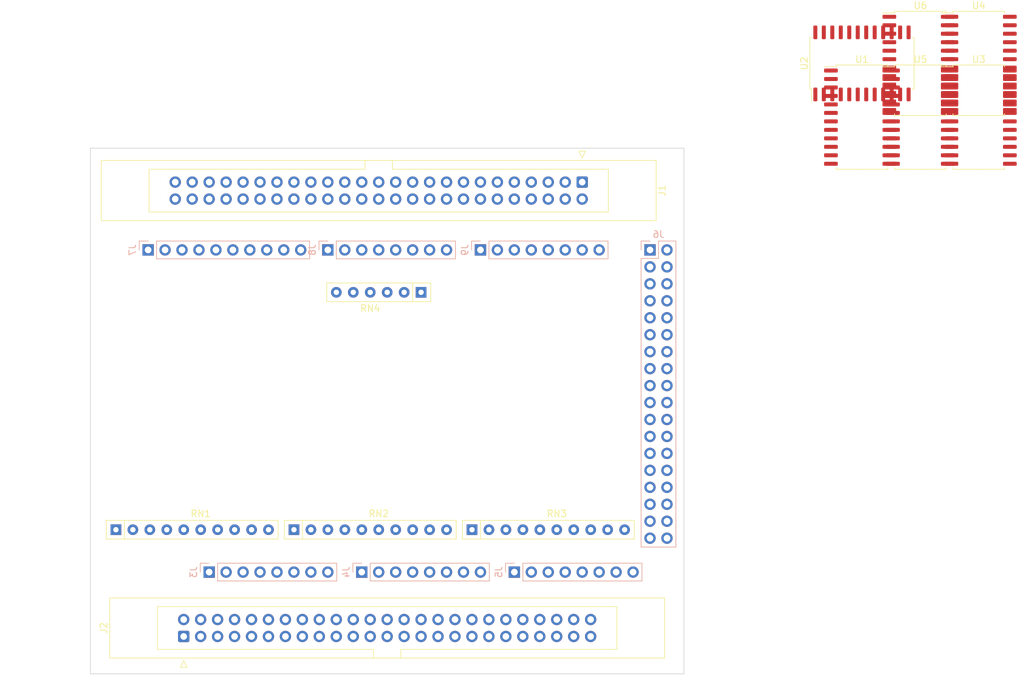
<source format=kicad_pcb>
(kicad_pcb (version 20211014) (generator pcbnew)
  (layers (0 "F.Cu" signal) (31 "B.Cu" signal) (34 "B.Paste" user) (35 "F.Paste" user) (36 "B.SilkS" user "B.Silkscreen") (37 "F.SilkS" user "F.Silkscreen") (38 "B.Mask" user) (39 "F.Mask" user) (44 "Edge.Cuts" user))
  (net 0 "")
  (net 1 "GNDREF")
  (net 2 "IFBY")
  (net 3 "ILWD")
  (net 4 "IW4")
  (net 5 "IGO")
  (net 6 "IW0")
  (net 7 "IW1")
  (net 8 "ISGL")
  (net 9 "ILOL")
  (net 10 "IREV")
  (net 11 "IREW")
  (net 12 "IWP")
  (net 13 "IW7")
  (net 14 "IW3")
  (net 15 "IW6")
  (net 16 "IW2")
  (net 17 "IW5")
  (net 18 "IWRT")
  (net 19 "IRTH2")
  (net 20 "IEDIT")
  (net 21 "IERASE")
  (net 22 "IWFM")
  (net 23 "IRTH1")
  (net 24 "ITAD0")
  (net 25 "IR2")
  (net 26 "IR3")
  (net 27 "IRP")
  (net 28 "IR0")
  (net 29 "IR1")
  (net 30 "ILDP")
  (net 31 "IR4")
  (net 32 "IR7")
  (net 33 "IR6")
  (net 34 "IHER")
  (net 35 "IFMK")
  (net 36 "IDENT")
  (net 37 "IFEN")
  (net 38 "IR5")
  (net 39 "IEOT")
  (net 40 "IOFL")
  (net 41 "INRZ")
  (net 42 "IRDY")
  (net 43 "IRWD")
  (net 44 "IFPT")
  (net 45 "IRSTR")
  (net 46 "IWSTR")
  (net 47 "IDBY")
  (net 48 "ISPEED")
  (net 49 "ICER")
  (net 50 "IONL")
  (net 51 "ITAD1")
  (net 52 "IFAD")
  (net 53 "IHISP")
  (net 55 "+3V3")
  (net 56 "~{RESET}")
  (net 57 "+5V")
  (net 58 "/VIN")
  (net 59 "A0")
  (net 60 "A1")
  (net 61 "A2")
  (net 62 "A3")
  (net 63 "A4")
  (net 64 "A5")
  (net 65 "A6")
  (net 66 "A7")
  (net 67 "A8")
  (net 68 "A9")
  (net 69 "A10")
  (net 70 "A11")
  (net 71 "A12")
  (net 72 "A13")
  (net 73 "A14")
  (net 74 "A15")
  (net 75 "D22")
  (net 76 "SCL_1")
  (net 77 "SDA_1")
  (net 78 "PCC_DEN1")
  (net 79 "PCC_DEN2")
  (net 80 "PCC_CLK")
  (net 81 "PCC_XCLK")
  (net 82 "PCC_D7")
  (net 83 "PCC_D6")
  (net 84 "PCC_D5")
  (net 85 "PCC_D4")
  (net 86 "PCC_D3")
  (net 87 "PCC_D2")
  (net 88 "PCC_D1")
  (net 89 "PCC_D0")
  (net 90 "PCC_D9")
  (net 91 "PCC_D8")
  (net 92 "PCC_D11")
  (net 93 "PCC_D10")
  (net 94 "PCC_D13")
  (net 95 "PCC_D12")
  (net 96 "D44")
  (net 97 "D45")
  (net 98 "D46")
  (net 99 "D47")
  (net 100 "D48")
  (net 101 "D49")
  (net 102 "MISO")
  (net 103 "MOSI")
  (net 104 "SCK")
  (net 105 "SS")
  (net 106 "SCL")
  (net 107 "SDA")
  (net 108 "AREF")
  (net 109 "GND")
  (net 110 "D13")
  (net 111 "D12")
  (net 112 "D11")
  (net 113 "D10")
  (net 114 "D9")
  (net 115 "D8")
  (net 116 "D7")
  (net 117 "D6")
  (net 118 "D5")
  (net 119 "D4")
  (net 120 "D3")
  (net 121 "D2")
  (net 122 "D1")
  (net 123 "D0")
  (net 124 "UART3_TX")
  (net 125 "UART3_RX")
  (net 126 "UART2_TX")
  (net 127 "UART2_RX")
  (net 128 "UART1_TX")
  (net 129 "UART1_RX")
  (net 140 "Net-(U1-Pad11)")
  (net 162 "Net-(U2-Pad11)")
  (net 184 "Net-(U3-Pad11)")
  (net 206 "Net-(U4-Pad11)")
  (net 228 "Net-(U5-Pad11)")
  (net 250 "Net-(U6-Pad11)")
  (footprint "pertec_arduino_adapter:SOIC-24W_7.5x15.4mm_P1.27mm" (layer "F.Cu") (at 200.52 22.86)
    (fp_text reference "U6" (at 0 -8.65) (layer "F.SilkS"))
    (fp_text value "SN74AVC8T245PW")
    (pad "1" smd roundrect (at -4.65 -6.985) (size 2.05 0.6) (layers "F.Cu" "F.Paste" "F.Mask"))
    (pad "2" smd roundrect (at -4.65 -5.715) (size 2.05 0.6) (layers "F.Cu" "F.Paste" "F.Mask"))
    (pad "3" smd roundrect (at -4.65 -4.445) (size 2.05 0.6) (layers "F.Cu" "F.Paste" "F.Mask"))
    (pad "4" smd roundrect (at -4.65 -3.175) (size 2.05 0.6) (layers "F.Cu" "F.Paste" "F.Mask"))
    (pad "5" smd roundrect (at -4.65 -1.905) (size 2.05 0.6) (layers "F.Cu" "F.Paste" "F.Mask"))
    (pad "6" smd roundrect (at -4.65 -0.635) (size 2.05 0.6) (layers "F.Cu" "F.Paste" "F.Mask"))
    (pad "7" smd roundrect (at -4.65 0.635) (size 2.05 0.6) (layers "F.Cu" "F.Paste" "F.Mask"))
    (pad "8" smd roundrect (at -4.65 1.905) (size 2.05 0.6) (layers "F.Cu" "F.Paste" "F.Mask"))
    (pad "9" smd roundrect (at -4.65 3.175) (size 2.05 0.6) (layers "F.Cu" "F.Paste" "F.Mask"))
    (pad "10" smd roundrect (at -4.65 4.445) (size 2.05 0.6) (layers "F.Cu" "F.Paste" "F.Mask"))
    (pad "11" smd roundrect (at -4.65 5.715) (size 2.05 0.6) (layers "F.Cu" "F.Paste" "F.Mask") (net 250 "Net-(U6-Pad11)"))
    (pad "12" smd roundrect (at -4.65 6.985) (size 2.05 0.6) (layers "F.Cu" "F.Paste" "F.Mask") (net 250 "Net-(U6-Pad11)"))
    (pad "13" smd roundrect (at 4.65 6.985) (size 2.05 0.6) (layers "F.Cu" "F.Paste" "F.Mask") (net 250 "Net-(U6-Pad11)"))
    (pad "14" smd roundrect (at 4.65 5.715) (size 2.05 0.6) (layers "F.Cu" "F.Paste" "F.Mask"))
    (pad "15" smd roundrect (at 4.65 4.445) (size 2.05 0.6) (layers "F.Cu" "F.Paste" "F.Mask"))
    (pad "16" smd roundrect (at 4.65 3.175) (size 2.05 0.6) (layers "F.Cu" "F.Paste" "F.Mask"))
    (pad "17" smd roundrect (at 4.65 1.905) (size 2.05 0.6) (layers "F.Cu" "F.Paste" "F.Mask"))
    (pad "18" smd roundrect (at 4.65 0.635) (size 2.05 0.6) (layers "F.Cu" "F.Paste" "F.Mask"))
    (pad "19" smd roundrect (at 4.65 -0.635) (size 2.05 0.6) (layers "F.Cu" "F.Paste" "F.Mask"))
    (pad "20" smd roundrect (at 4.65 -1.905) (size 2.05 0.6) (layers "F.Cu" "F.Paste" "F.Mask"))
    (pad "21" smd roundrect (at 4.65 -3.175) (size 2.05 0.6) (layers "F.Cu" "F.Paste" "F.Mask"))
    (pad "22" smd roundrect (at 4.65 -4.445) (size 2.05 0.6) (layers "F.Cu" "F.Paste" "F.Mask"))
    (pad "23" smd roundrect (at 4.65 -5.715) (size 2.05 0.6) (layers "F.Cu" "F.Paste" "F.Mask"))
    (pad "24" smd roundrect (at 4.65 -6.985) (size 2.05 0.6) (layers "F.Cu" "F.Paste" "F.Mask"))
  )
  (footprint "pertec_arduino_adapter:IDC-Header_2x25_P2.54mm_Latch_Vertical" (layer "F.Cu") (at 149.86 40.64 -90)
    (fp_text reference "J1" (at 1.27 -11.97 90) (layer "F.SilkS"))
    (fp_text value "Conn_02x25_Odd_Even")
    (pad "1" thru_hole roundrect (at 0 0 270) (size 1.7 1.7) (drill 1) (layers *.Cu *.Mask) (roundrect_rratio 0.147059) (net 1 "GNDREF"))
    (pad "2" thru_hole circle (at 2.54 0 270) (size 1.7 1.7) (drill 1) (layers *.Cu *.Mask) (net 2 "IFBY"))
    (pad "3" thru_hole circle (at 0 2.54 270) (size 1.7 1.7) (drill 1) (layers *.Cu *.Mask) (net 1 "GNDREF"))
    (pad "4" thru_hole circle (at 2.54 2.54 270) (size 1.7 1.7) (drill 1) (layers *.Cu *.Mask) (net 3 "ILWD"))
    (pad "5" thru_hole circle (at 0 5.08 270) (size 1.7 1.7) (drill 1) (layers *.Cu *.Mask) (net 1 "GNDREF"))
    (pad "6" thru_hole circle (at 2.54 5.08 270) (size 1.7 1.7) (drill 1) (layers *.Cu *.Mask) (net 4 "IW4"))
    (pad "7" thru_hole circle (at 0 7.62 270) (size 1.7 1.7) (drill 1) (layers *.Cu *.Mask) (net 1 "GNDREF"))
    (pad "8" thru_hole circle (at 2.54 7.62 270) (size 1.7 1.7) (drill 1) (layers *.Cu *.Mask) (net 5 "IGO"))
    (pad "9" thru_hole circle (at 0 10.16 270) (size 1.7 1.7) (drill 1) (layers *.Cu *.Mask) (net 1 "GNDREF"))
    (pad "10" thru_hole circle (at 2.54 10.16 270) (size 1.7 1.7) (drill 1) (layers *.Cu *.Mask) (net 6 "IW0"))
    (pad "11" thru_hole circle (at 0 12.7 270) (size 1.7 1.7) (drill 1) (layers *.Cu *.Mask) (net 1 "GNDREF"))
    (pad "12" thru_hole circle (at 2.54 12.7 270) (size 1.7 1.7) (drill 1) (layers *.Cu *.Mask) (net 7 "IW1"))
    (pad "13" thru_hole circle (at 0 15.24 270) (size 1.7 1.7) (drill 1) (layers *.Cu *.Mask) (net 1 "GNDREF"))
    (pad "14" thru_hole circle (at 2.54 15.24 270) (size 1.7 1.7) (drill 1) (layers *.Cu *.Mask) (net 8 "ISGL"))
    (pad "15" thru_hole circle (at 0 17.78 270) (size 1.7 1.7) (drill 1) (layers *.Cu *.Mask) (net 1 "GNDREF"))
    (pad "16" thru_hole circle (at 2.54 17.78 270) (size 1.7 1.7) (drill 1) (layers *.Cu *.Mask) (net 9 "ILOL"))
    (pad "17" thru_hole circle (at 0 20.32 270) (size 1.7 1.7) (drill 1) (layers *.Cu *.Mask) (net 1 "GNDREF"))
    (pad "18" thru_hole circle (at 2.54 20.32 270) (size 1.7 1.7) (drill 1) (layers *.Cu *.Mask) (net 10 "IREV"))
    (pad "19" thru_hole circle (at 0 22.86 270) (size 1.7 1.7) (drill 1) (layers *.Cu *.Mask) (net 1 "GNDREF"))
    (pad "20" thru_hole circle (at 2.54 22.86 270) (size 1.7 1.7) (drill 1) (layers *.Cu *.Mask) (net 11 "IREW"))
    (pad "21" thru_hole circle (at 0 25.4 270) (size 1.7 1.7) (drill 1) (layers *.Cu *.Mask) (net 1 "GNDREF"))
    (pad "22" thru_hole circle (at 2.54 25.4 270) (size 1.7 1.7) (drill 1) (layers *.Cu *.Mask) (net 12 "IWP"))
    (pad "23" thru_hole circle (at 0 27.94 270) (size 1.7 1.7) (drill 1) (layers *.Cu *.Mask) (net 1 "GNDREF"))
    (pad "24" thru_hole circle (at 2.54 27.94 270) (size 1.7 1.7) (drill 1) (layers *.Cu *.Mask) (net 13 "IW7"))
    (pad "25" thru_hole circle (at 0 30.48 270) (size 1.7 1.7) (drill 1) (layers *.Cu *.Mask) (net 1 "GNDREF"))
    (pad "26" thru_hole circle (at 2.54 30.48 270) (size 1.7 1.7) (drill 1) (layers *.Cu *.Mask) (net 14 "IW3"))
    (pad "27" thru_hole circle (at 0 33.02 270) (size 1.7 1.7) (drill 1) (layers *.Cu *.Mask) (net 1 "GNDREF"))
    (pad "28" thru_hole circle (at 2.54 33.02 270) (size 1.7 1.7) (drill 1) (layers *.Cu *.Mask) (net 15 "IW6"))
    (pad "29" thru_hole circle (at 0 35.56 270) (size 1.7 1.7) (drill 1) (layers *.Cu *.Mask) (net 1 "GNDREF"))
    (pad "30" thru_hole circle (at 2.54 35.56 270) (size 1.7 1.7) (drill 1) (layers *.Cu *.Mask) (net 16 "IW2"))
    (pad "31" thru_hole circle (at 0 38.1 270) (size 1.7 1.7) (drill 1) (layers *.Cu *.Mask) (net 1 "GNDREF"))
    (pad "32" thru_hole circle (at 2.54 38.1 270) (size 1.7 1.7) (drill 1) (layers *.Cu *.Mask) (net 17 "IW5"))
    (pad "33" thru_hole circle (at 0 40.64 270) (size 1.7 1.7) (drill 1) (layers *.Cu *.Mask) (net 1 "GNDREF"))
    (pad "34" thru_hole circle (at 2.54 40.64 270) (size 1.7 1.7) (drill 1) (layers *.Cu *.Mask) (net 18 "IWRT"))
    (pad "35" thru_hole circle (at 0 43.18 270) (size 1.7 1.7) (drill 1) (layers *.Cu *.Mask) (net 1 "GNDREF"))
    (pad "36" thru_hole circle (at 2.54 43.18 270) (size 1.7 1.7) (drill 1) (layers *.Cu *.Mask) (net 19 "IRTH2"))
    (pad "37" thru_hole circle (at 0 45.72 270) (size 1.7 1.7) (drill 1) (layers *.Cu *.Mask) (net 1 "GNDREF"))
    (pad "38" thru_hole circle (at 2.54 45.72 270) (size 1.7 1.7) (drill 1) (layers *.Cu *.Mask) (net 20 "IEDIT"))
    (pad "39" thru_hole circle (at 0 48.26 270) (size 1.7 1.7) (drill 1) (layers *.Cu *.Mask) (net 1 "GNDREF"))
    (pad "40" thru_hole circle (at 2.54 48.26 270) (size 1.7 1.7) (drill 1) (layers *.Cu *.Mask) (net 21 "IERASE"))
    (pad "41" thru_hole circle (at 0 50.8 270) (size 1.7 1.7) (drill 1) (layers *.Cu *.Mask) (net 1 "GNDREF"))
    (pad "42" thru_hole circle (at 2.54 50.8 270) (size 1.7 1.7) (drill 1) (layers *.Cu *.Mask) (net 22 "IWFM"))
    (pad "43" thru_hole circle (at 0 53.34 270) (size 1.7 1.7) (drill 1) (layers *.Cu *.Mask) (net 1 "GNDREF"))
    (pad "44" thru_hole circle (at 2.54 53.34 270) (size 1.7 1.7) (drill 1) (layers *.Cu *.Mask) (net 23 "IRTH1"))
    (pad "45" thru_hole circle (at 0 55.88 270) (size 1.7 1.7) (drill 1) (layers *.Cu *.Mask) (net 1 "GNDREF"))
    (pad "46" thru_hole circle (at 2.54 55.88 270) (size 1.7 1.7) (drill 1) (layers *.Cu *.Mask) (net 24 "ITAD0"))
    (pad "47" thru_hole circle (at 0 58.42 270) (size 1.7 1.7) (drill 1) (layers *.Cu *.Mask) (net 1 "GNDREF"))
    (pad "48" thru_hole circle (at 2.54 58.42 270) (size 1.7 1.7) (drill 1) (layers *.Cu *.Mask) (net 25 "IR2"))
    (pad "49" thru_hole circle (at 0 60.96 270) (size 1.7 1.7) (drill 1) (layers *.Cu *.Mask) (net 1 "GNDREF"))
    (pad "50" thru_hole circle (at 2.54 60.96 270) (size 1.7 1.7) (drill 1) (layers *.Cu *.Mask) (net 26 "IR3"))
  )
  (footprint "pertec_arduino_adapter:R_Array_SIP10" (layer "F.Cu") (at 80.015 92.71)
    (fp_text reference "RN1" (at 12.7 -2.4) (layer "F.SilkS"))
    (fp_text value "R1=220Ω, R2=330Ω")
    (pad "1" thru_hole rect (at 0 0) (size 1.6 1.6) (drill 0.8) (layers *.Cu *.Mask) (net 1 "GNDREF"))
    (pad "2" thru_hole oval (at 2.54 0) (size 1.6 1.6) (drill 0.8) (layers *.Cu *.Mask) (net 27 "IRP"))
    (pad "3" thru_hole oval (at 5.08 0) (size 1.6 1.6) (drill 0.8) (layers *.Cu *.Mask) (net 28 "IR0"))
    (pad "4" thru_hole oval (at 7.62 0) (size 1.6 1.6) (drill 0.8) (layers *.Cu *.Mask) (net 29 "IR1"))
    (pad "5" thru_hole oval (at 10.16 0) (size 1.6 1.6) (drill 0.8) (layers *.Cu *.Mask) (net 30 "ILDP"))
    (pad "6" thru_hole oval (at 12.7 0) (size 1.6 1.6) (drill 0.8) (layers *.Cu *.Mask) (net 31 "IR4"))
    (pad "7" thru_hole oval (at 15.24 0) (size 1.6 1.6) (drill 0.8) (layers *.Cu *.Mask) (net 32 "IR7"))
    (pad "8" thru_hole oval (at 17.78 0) (size 1.6 1.6) (drill 0.8) (layers *.Cu *.Mask) (net 33 "IR6"))
    (pad "9" thru_hole oval (at 20.32 0) (size 1.6 1.6) (drill 0.8) (layers *.Cu *.Mask) (net 34 "IHER"))
    (pad "10" thru_hole oval (at 22.86 0) (size 1.6 1.6) (drill 0.8) (layers *.Cu *.Mask) (net 57 "+5V"))
  )
  (footprint "pertec_arduino_adapter:SOIC-24W_7.5x15.4mm_P1.27mm" (layer "F.Cu") (at 191.77 22.86 90)
    (fp_text reference "U2" (at 0 -8.65 90) (layer "F.SilkS"))
    (fp_text value "SN74AVC8T245PW")
    (pad "1" smd roundrect (at -4.65 -6.985 90) (size 2.05 0.6) (layers "F.Cu" "F.Paste" "F.Mask"))
    (pad "2" smd roundrect (at -4.65 -5.715 90) (size 2.05 0.6) (layers "F.Cu" "F.Paste" "F.Mask"))
    (pad "3" smd roundrect (at -4.65 -4.445 90) (size 2.05 0.6) (layers "F.Cu" "F.Paste" "F.Mask"))
    (pad "4" smd roundrect (at -4.65 -3.175 90) (size 2.05 0.6) (layers "F.Cu" "F.Paste" "F.Mask"))
    (pad "5" smd roundrect (at -4.65 -1.905 90) (size 2.05 0.6) (layers "F.Cu" "F.Paste" "F.Mask"))
    (pad "6" smd roundrect (at -4.65 -0.635 90) (size 2.05 0.6) (layers "F.Cu" "F.Paste" "F.Mask"))
    (pad "7" smd roundrect (at -4.65 0.635 90) (size 2.05 0.6) (layers "F.Cu" "F.Paste" "F.Mask"))
    (pad "8" smd roundrect (at -4.65 1.905 90) (size 2.05 0.6) (layers "F.Cu" "F.Paste" "F.Mask"))
    (pad "9" smd roundrect (at -4.65 3.175 90) (size 2.05 0.6) (layers "F.Cu" "F.Paste" "F.Mask"))
    (pad "10" smd roundrect (at -4.65 4.445 90) (size 2.05 0.6) (layers "F.Cu" "F.Paste" "F.Mask"))
    (pad "11" smd roundrect (at -4.65 5.715 90) (size 2.05 0.6) (layers "F.Cu" "F.Paste" "F.Mask") (net 162 "Net-(U2-Pad11)"))
    (pad "12" smd roundrect (at -4.65 6.985 90) (size 2.05 0.6) (layers "F.Cu" "F.Paste" "F.Mask") (net 162 "Net-(U2-Pad11)"))
    (pad "13" smd roundrect (at 4.65 6.985 90) (size 2.05 0.6) (layers "F.Cu" "F.Paste" "F.Mask") (net 162 "Net-(U2-Pad11)"))
    (pad "14" smd roundrect (at 4.65 5.715 90) (size 2.05 0.6) (layers "F.Cu" "F.Paste" "F.Mask"))
    (pad "15" smd roundrect (at 4.65 4.445 90) (size 2.05 0.6) (layers "F.Cu" "F.Paste" "F.Mask"))
    (pad "16" smd roundrect (at 4.65 3.175 90) (size 2.05 0.6) (layers "F.Cu" "F.Paste" "F.Mask"))
    (pad "17" smd roundrect (at 4.65 1.905 90) (size 2.05 0.6) (layers "F.Cu" "F.Paste" "F.Mask"))
    (pad "18" smd roundrect (at 4.65 0.635 90) (size 2.05 0.6) (layers "F.Cu" "F.Paste" "F.Mask"))
    (pad "19" smd roundrect (at 4.65 -0.635 90) (size 2.05 0.6) (layers "F.Cu" "F.Paste" "F.Mask"))
    (pad "20" smd roundrect (at 4.65 -1.905 90) (size 2.05 0.6) (layers "F.Cu" "F.Paste" "F.Mask"))
    (pad "21" smd roundrect (at 4.65 -3.175 90) (size 2.05 0.6) (layers "F.Cu" "F.Paste" "F.Mask"))
    (pad "22" smd roundrect (at 4.65 -4.445 90) (size 2.05 0.6) (layers "F.Cu" "F.Paste" "F.Mask"))
    (pad "23" smd roundrect (at 4.65 -5.715 90) (size 2.05 0.6) (layers "F.Cu" "F.Paste" "F.Mask"))
    (pad "24" smd roundrect (at 4.65 -6.985 90) (size 2.05 0.6) (layers "F.Cu" "F.Paste" "F.Mask"))
  )
  (footprint "pertec_arduino_adapter:R_Array_SIP6" (layer "F.Cu") (at 125.73 57.15 180)
    (fp_text reference "RN4" (at 7.62 -2.4) (layer "F.SilkS"))
    (fp_text value "R1=220Ω, R2=330Ω")
    (pad "1" thru_hole rect (at 0 0 180) (size 1.6 1.6) (drill 0.8) (layers *.Cu *.Mask) (net 1 "GNDREF"))
    (pad "2" thru_hole oval (at 2.54 0 180) (size 1.6 1.6) (drill 0.8) (layers *.Cu *.Mask) (net 2 "IFBY"))
    (pad "3" thru_hole oval (at 5.08 0 180) (size 1.6 1.6) (drill 0.8) (layers *.Cu *.Mask) (net 25 "IR2"))
    (pad "4" thru_hole oval (at 7.62 0 180) (size 1.6 1.6) (drill 0.8) (layers *.Cu *.Mask) (net 26 "IR3"))
    (pad "5" thru_hole oval (at 10.16 0 180) (size 1.6 1.6) (drill 0.8) (layers *.Cu *.Mask))
    (pad "6" thru_hole oval (at 12.7 0 180) (size 1.6 1.6) (drill 0.8) (layers *.Cu *.Mask) (net 57 "+5V"))
  )
  (footprint "pertec_arduino_adapter:SOIC-24W_7.5x15.4mm_P1.27mm" (layer "F.Cu") (at 209.27 30.91)
    (fp_text reference "U3" (at 0 -8.65) (layer "F.SilkS"))
    (fp_text value "SN74AVC8T245PW")
    (pad "1" smd roundrect (at -4.65 -6.985) (size 2.05 0.6) (layers "F.Cu" "F.Paste" "F.Mask"))
    (pad "2" smd roundrect (at -4.65 -5.715) (size 2.05 0.6) (layers "F.Cu" "F.Paste" "F.Mask"))
    (pad "3" smd roundrect (at -4.65 -4.445) (size 2.05 0.6) (layers "F.Cu" "F.Paste" "F.Mask"))
    (pad "4" smd roundrect (at -4.65 -3.175) (size 2.05 0.6) (layers "F.Cu" "F.Paste" "F.Mask"))
    (pad "5" smd roundrect (at -4.65 -1.905) (size 2.05 0.6) (layers "F.Cu" "F.Paste" "F.Mask"))
    (pad "6" smd roundrect (at -4.65 -0.635) (size 2.05 0.6) (layers "F.Cu" "F.Paste" "F.Mask"))
    (pad "7" smd roundrect (at -4.65 0.635) (size 2.05 0.6) (layers "F.Cu" "F.Paste" "F.Mask"))
    (pad "8" smd roundrect (at -4.65 1.905) (size 2.05 0.6) (layers "F.Cu" "F.Paste" "F.Mask"))
    (pad "9" smd roundrect (at -4.65 3.175) (size 2.05 0.6) (layers "F.Cu" "F.Paste" "F.Mask"))
    (pad "10" smd roundrect (at -4.65 4.445) (size 2.05 0.6) (layers "F.Cu" "F.Paste" "F.Mask"))
    (pad "11" smd roundrect (at -4.65 5.715) (size 2.05 0.6) (layers "F.Cu" "F.Paste" "F.Mask") (net 184 "Net-(U3-Pad11)"))
    (pad "12" smd roundrect (at -4.65 6.985) (size 2.05 0.6) (layers "F.Cu" "F.Paste" "F.Mask") (net 184 "Net-(U3-Pad11)"))
    (pad "13" smd roundrect (at 4.65 6.985) (size 2.05 0.6) (layers "F.Cu" "F.Paste" "F.Mask") (net 184 "Net-(U3-Pad11)"))
    (pad "14" smd roundrect (at 4.65 5.715) (size 2.05 0.6) (layers "F.Cu" "F.Paste" "F.Mask"))
    (pad "15" smd roundrect (at 4.65 4.445) (size 2.05 0.6) (layers "F.Cu" "F.Paste" "F.Mask"))
    (pad "16" smd roundrect (at 4.65 3.175) (size 2.05 0.6) (layers "F.Cu" "F.Paste" "F.Mask"))
    (pad "17" smd roundrect (at 4.65 1.905) (size 2.05 0.6) (layers "F.Cu" "F.Paste" "F.Mask"))
    (pad "18" smd roundrect (at 4.65 0.635) (size 2.05 0.6) (layers "F.Cu" "F.Paste" "F.Mask"))
    (pad "19" smd roundrect (at 4.65 -0.635) (size 2.05 0.6) (layers "F.Cu" "F.Paste" "F.Mask"))
    (pad "20" smd roundrect (at 4.65 -1.905) (size 2.05 0.6) (layers "F.Cu" "F.Paste" "F.Mask"))
    (pad "21" smd roundrect (at 4.65 -3.175) (size 2.05 0.6) (layers "F.Cu" "F.Paste" "F.Mask"))
    (pad "22" smd roundrect (at 4.65 -4.445) (size 2.05 0.6) (layers "F.Cu" "F.Paste" "F.Mask"))
    (pad "23" smd roundrect (at 4.65 -5.715) (size 2.05 0.6) (layers "F.Cu" "F.Paste" "F.Mask"))
    (pad "24" smd roundrect (at 4.65 -6.985) (size 2.05 0.6) (layers "F.Cu" "F.Paste" "F.Mask"))
  )
  (footprint "pertec_arduino_adapter:R_Array_SIP10" (layer "F.Cu") (at 106.685 92.71)
    (fp_text reference "RN2" (at 12.7 -2.4) (layer "F.SilkS"))
    (fp_text value "R1=220Ω, R2=330Ω")
    (pad "1" thru_hole rect (at 0 0) (size 1.6 1.6) (drill 0.8) (layers *.Cu *.Mask) (net 1 "GNDREF"))
    (pad "2" thru_hole oval (at 2.54 0) (size 1.6 1.6) (drill 0.8) (layers *.Cu *.Mask) (net 35 "IFMK"))
    (pad "3" thru_hole oval (at 5.08 0) (size 1.6 1.6) (drill 0.8) (layers *.Cu *.Mask) (net 36 "IDENT"))
    (pad "4" thru_hole oval (at 7.62 0) (size 1.6 1.6) (drill 0.8) (layers *.Cu *.Mask) (net 38 "IR5"))
    (pad "5" thru_hole oval (at 10.16 0) (size 1.6 1.6) (drill 0.8) (layers *.Cu *.Mask) (net 39 "IEOT"))
    (pad "6" thru_hole oval (at 12.7 0) (size 1.6 1.6) (drill 0.8) (layers *.Cu *.Mask) (net 41 "INRZ"))
    (pad "7" thru_hole oval (at 15.24 0) (size 1.6 1.6) (drill 0.8) (layers *.Cu *.Mask) (net 42 "IRDY"))
    (pad "8" thru_hole oval (at 17.78 0) (size 1.6 1.6) (drill 0.8) (layers *.Cu *.Mask) (net 43 "IRWD"))
    (pad "9" thru_hole oval (at 20.32 0) (size 1.6 1.6) (drill 0.8) (layers *.Cu *.Mask) (net 44 "IFPT"))
    (pad "10" thru_hole oval (at 22.86 0) (size 1.6 1.6) (drill 0.8) (layers *.Cu *.Mask) (net 57 "+5V"))
  )
  (footprint "pertec_arduino_adapter:R_Array_SIP10" (layer "F.Cu") (at 133.355 92.71)
    (fp_text reference "RN3" (at 12.7 -2.4) (layer "F.SilkS"))
    (fp_text value "R1=220Ω, R2=330Ω")
    (pad "1" thru_hole rect (at 0 0) (size 1.6 1.6) (drill 0.8) (layers *.Cu *.Mask) (net 1 "GNDREF"))
    (pad "2" thru_hole oval (at 2.54 0) (size 1.6 1.6) (drill 0.8) (layers *.Cu *.Mask) (net 45 "IRSTR"))
    (pad "3" thru_hole oval (at 5.08 0) (size 1.6 1.6) (drill 0.8) (layers *.Cu *.Mask) (net 46 "IWSTR"))
    (pad "4" thru_hole oval (at 7.62 0) (size 1.6 1.6) (drill 0.8) (layers *.Cu *.Mask) (net 47 "IDBY"))
    (pad "5" thru_hole oval (at 10.16 0) (size 1.6 1.6) (drill 0.8) (layers *.Cu *.Mask) (net 48 "ISPEED"))
    (pad "6" thru_hole oval (at 12.7 0) (size 1.6 1.6) (drill 0.8) (layers *.Cu *.Mask) (net 49 "ICER"))
    (pad "7" thru_hole oval (at 15.24 0) (size 1.6 1.6) (drill 0.8) (layers *.Cu *.Mask) (net 50 "IONL"))
    (pad "8" thru_hole oval (at 17.78 0) (size 1.6 1.6) (drill 0.8) (layers *.Cu *.Mask))
    (pad "9" thru_hole oval (at 20.32 0) (size 1.6 1.6) (drill 0.8) (layers *.Cu *.Mask))
    (pad "10" thru_hole oval (at 22.86 0) (size 1.6 1.6) (drill 0.8) (layers *.Cu *.Mask) (net 57 "+5V"))
  )
  (footprint "pertec_arduino_adapter:SOIC-24W_7.5x15.4mm_P1.27mm" (layer "F.Cu") (at 191.77 30.91)
    (fp_text reference "U1" (at 0 -8.65) (layer "F.SilkS"))
    (fp_text value "SN74AVC8T245PW")
    (pad "1" smd roundrect (at -4.65 -6.985) (size 2.05 0.6) (layers "F.Cu" "F.Paste" "F.Mask"))
    (pad "2" smd roundrect (at -4.65 -5.715) (size 2.05 0.6) (layers "F.Cu" "F.Paste" "F.Mask"))
    (pad "3" smd roundrect (at -4.65 -4.445) (size 2.05 0.6) (layers "F.Cu" "F.Paste" "F.Mask"))
    (pad "4" smd roundrect (at -4.65 -3.175) (size 2.05 0.6) (layers "F.Cu" "F.Paste" "F.Mask"))
    (pad "5" smd roundrect (at -4.65 -1.905) (size 2.05 0.6) (layers "F.Cu" "F.Paste" "F.Mask"))
    (pad "6" smd roundrect (at -4.65 -0.635) (size 2.05 0.6) (layers "F.Cu" "F.Paste" "F.Mask"))
    (pad "7" smd roundrect (at -4.65 0.635) (size 2.05 0.6) (layers "F.Cu" "F.Paste" "F.Mask"))
    (pad "8" smd roundrect (at -4.65 1.905) (size 2.05 0.6) (layers "F.Cu" "F.Paste" "F.Mask"))
    (pad "9" smd roundrect (at -4.65 3.175) (size 2.05 0.6) (layers "F.Cu" "F.Paste" "F.Mask"))
    (pad "10" smd roundrect (at -4.65 4.445) (size 2.05 0.6) (layers "F.Cu" "F.Paste" "F.Mask"))
    (pad "11" smd roundrect (at -4.65 5.715) (size 2.05 0.6) (layers "F.Cu" "F.Paste" "F.Mask") (net 140 "Net-(U1-Pad11)"))
    (pad "12" smd roundrect (at -4.65 6.985) (size 2.05 0.6) (layers "F.Cu" "F.Paste" "F.Mask") (net 140 "Net-(U1-Pad11)"))
    (pad "13" smd roundrect (at 4.65 6.985) (size 2.05 0.6) (layers "F.Cu" "F.Paste" "F.Mask") (net 140 "Net-(U1-Pad11)"))
    (pad "14" smd roundrect (at 4.65 5.715) (size 2.05 0.6) (layers "F.Cu" "F.Paste" "F.Mask"))
    (pad "15" smd roundrect (at 4.65 4.445) (size 2.05 0.6) (layers "F.Cu" "F.Paste" "F.Mask"))
    (pad "16" smd roundrect (at 4.65 3.175) (size 2.05 0.6) (layers "F.Cu" "F.Paste" "F.Mask"))
    (pad "17" smd roundrect (at 4.65 1.905) (size 2.05 0.6) (layers "F.Cu" "F.Paste" "F.Mask"))
    (pad "18" smd roundrect (at 4.65 0.635) (size 2.05 0.6) (layers "F.Cu" "F.Paste" "F.Mask"))
    (pad "19" smd roundrect (at 4.65 -0.635) (size 2.05 0.6) (layers "F.Cu" "F.Paste" "F.Mask"))
    (pad "20" smd roundrect (at 4.65 -1.905) (size 2.05 0.6) (layers "F.Cu" "F.Paste" "F.Mask"))
    (pad "21" smd roundrect (at 4.65 -3.175) (size 2.05 0.6) (layers "F.Cu" "F.Paste" "F.Mask"))
    (pad "22" smd roundrect (at 4.65 -4.445) (size 2.05 0.6) (layers "F.Cu" "F.Paste" "F.Mask"))
    (pad "23" smd roundrect (at 4.65 -5.715) (size 2.05 0.6) (layers "F.Cu" "F.Paste" "F.Mask"))
    (pad "24" smd roundrect (at 4.65 -6.985) (size 2.05 0.6) (layers "F.Cu" "F.Paste" "F.Mask"))
  )
  (footprint "pertec_arduino_adapter:IDC-Header_2x25_P2.54mm_Latch_Vertical" (layer "F.Cu") (at 90.165 108.7025 90)
    (fp_text reference "J2" (at 1.27 -11.97 90) (layer "F.SilkS"))
    (fp_text value "Conn_02x25_Odd_Even")
    (pad "1" thru_hole roundrect (at 0 0 90) (size 1.7 1.7) (drill 1) (layers *.Cu *.Mask) (roundrect_rratio 0.147059) (net 27 "IRP"))
    (pad "2" thru_hole circle (at 2.54 0 90) (size 1.7 1.7) (drill 1) (layers *.Cu *.Mask) (net 28 "IR0"))
    (pad "3" thru_hole circle (at 0 2.54 90) (size 1.7 1.7) (drill 1) (layers *.Cu *.Mask) (net 29 "IR1"))
    (pad "4" thru_hole circle (at 2.54 2.54 90) (size 1.7 1.7) (drill 1) (layers *.Cu *.Mask) (net 30 "ILDP"))
    (pad "5" thru_hole circle (at 0 5.08 90) (size 1.7 1.7) (drill 1) (layers *.Cu *.Mask) (net 1 "GNDREF"))
    (pad "6" thru_hole circle (at 2.54 5.08 90) (size 1.7 1.7) (drill 1) (layers *.Cu *.Mask) (net 31 "IR4"))
    (pad "7" thru_hole circle (at 0 7.62 90) (size 1.7 1.7) (drill 1) (layers *.Cu *.Mask) (net 1 "GNDREF"))
    (pad "8" thru_hole circle (at 2.54 7.62 90) (size 1.7 1.7) (drill 1) (layers *.Cu *.Mask) (net 32 "IR7"))
    (pad "9" thru_hole circle (at 0 10.16 90) (size 1.7 1.7) (drill 1) (layers *.Cu *.Mask) (net 1 "GNDREF"))
    (pad "10" thru_hole circle (at 2.54 10.16 90) (size 1.7 1.7) (drill 1) (layers *.Cu *.Mask) (net 33 "IR6"))
    (pad "11" thru_hole circle (at 0 12.7 90) (size 1.7 1.7) (drill 1) (layers *.Cu *.Mask) (net 1 "GNDREF"))
    (pad "12" thru_hole circle (at 2.54 12.7 90) (size 1.7 1.7) (drill 1) (layers *.Cu *.Mask) (net 34 "IHER"))
    (pad "13" thru_hole circle (at 0 15.24 90) (size 1.7 1.7) (drill 1) (layers *.Cu *.Mask) (net 1 "GNDREF"))
    (pad "14" thru_hole circle (at 2.54 15.24 90) (size 1.7 1.7) (drill 1) (layers *.Cu *.Mask) (net 35 "IFMK"))
    (pad "15" thru_hole circle (at 0 17.78 90) (size 1.7 1.7) (drill 1) (layers *.Cu *.Mask) (net 1 "GNDREF"))
    (pad "16" thru_hole circle (at 2.54 17.78 90) (size 1.7 1.7) (drill 1) (layers *.Cu *.Mask) (net 36 "IDENT"))
    (pad "17" thru_hole circle (at 0 20.32 90) (size 1.7 1.7) (drill 1) (layers *.Cu *.Mask) (net 1 "GNDREF"))
    (pad "18" thru_hole circle (at 2.54 20.32 90) (size 1.7 1.7) (drill 1) (layers *.Cu *.Mask) (net 37 "IFEN"))
    (pad "19" thru_hole circle (at 0 22.86 90) (size 1.7 1.7) (drill 1) (layers *.Cu *.Mask) (net 1 "GNDREF"))
    (pad "20" thru_hole circle (at 2.54 22.86 90) (size 1.7 1.7) (drill 1) (layers *.Cu *.Mask) (net 38 "IR5"))
    (pad "21" thru_hole circle (at 0 25.4 90) (size 1.7 1.7) (drill 1) (layers *.Cu *.Mask) (net 1 "GNDREF"))
    (pad "22" thru_hole circle (at 2.54 25.4 90) (size 1.7 1.7) (drill 1) (layers *.Cu *.Mask) (net 39 "IEOT"))
    (pad "23" thru_hole circle (at 0 27.94 90) (size 1.7 1.7) (drill 1) (layers *.Cu *.Mask) (net 1 "GNDREF"))
    (pad "24" thru_hole circle (at 2.54 27.94 90) (size 1.7 1.7) (drill 1) (layers *.Cu *.Mask) (net 40 "IOFL"))
    (pad "25" thru_hole circle (at 0 30.48 90) (size 1.7 1.7) (drill 1) (layers *.Cu *.Mask) (net 1 "GNDREF"))
    (pad "26" thru_hole circle (at 2.54 30.48 90) (size 1.7 1.7) (drill 1) (layers *.Cu *.Mask) (net 41 "INRZ"))
    (pad "27" thru_hole circle (at 0 33.02 90) (size 1.7 1.7) (drill 1) (layers *.Cu *.Mask) (net 1 "GNDREF"))
    (pad "28" thru_hole circle (at 2.54 33.02 90) (size 1.7 1.7) (drill 1) (layers *.Cu *.Mask) (net 42 "IRDY"))
    (pad "29" thru_hole circle (at 0 35.56 90) (size 1.7 1.7) (drill 1) (layers *.Cu *.Mask) (net 1 "GNDREF"))
    (pad "30" thru_hole circle (at 2.54 35.56 90) (size 1.7 1.7) (drill 1) (layers *.Cu *.Mask) (net 43 "IRWD"))
    (pad "31" thru_hole circle (at 0 38.1 90) (size 1.7 1.7) (drill 1) (layers *.Cu *.Mask) (net 1 "GNDREF"))
    (pad "32" thru_hole circle (at 2.54 38.1 90) (size 1.7 1.7) (drill 1) (layers *.Cu *.Mask) (net 44 "IFPT"))
    (pad "33" thru_hole circle (at 0 40.64 90) (size 1.7 1.7) (drill 1) (layers *.Cu *.Mask) (net 1 "GNDREF"))
    (pad "34" thru_hole circle (at 2.54 40.64 90) (size 1.7 1.7) (drill 1) (layers *.Cu *.Mask) (net 45 "IRSTR"))
    (pad "35" thru_hole circle (at 0 43.18 90) (size 1.7 1.7) (drill 1) (layers *.Cu *.Mask) (net 1 "GNDREF"))
    (pad "36" thru_hole circle (at 2.54 43.18 90) (size 1.7 1.7) (drill 1) (layers *.Cu *.Mask) (net 46 "IWSTR"))
    (pad "37" thru_hole circle (at 0 45.72 90) (size 1.7 1.7) (drill 1) (layers *.Cu *.Mask) (net 1 "GNDREF"))
    (pad "38" thru_hole circle (at 2.54 45.72 90) (size 1.7 1.7) (drill 1) (layers *.Cu *.Mask) (net 47 "IDBY"))
    (pad "39" thru_hole circle (at 0 48.26 90) (size 1.7 1.7) (drill 1) (layers *.Cu *.Mask) (net 1 "GNDREF"))
    (pad "40" thru_hole circle (at 2.54 48.26 90) (size 1.7 1.7) (drill 1) (layers *.Cu *.Mask) (net 48 "ISPEED"))
    (pad "41" thru_hole circle (at 0 50.8 90) (size 1.7 1.7) (drill 1) (layers *.Cu *.Mask) (net 1 "GNDREF"))
    (pad "42" thru_hole circle (at 2.54 50.8 90) (size 1.7 1.7) (drill 1) (layers *.Cu *.Mask) (net 49 "ICER"))
    (pad "43" thru_hole circle (at 0 53.34 90) (size 1.7 1.7) (drill 1) (layers *.Cu *.Mask) (net 1 "GNDREF"))
    (pad "44" thru_hole circle (at 2.54 53.34 90) (size 1.7 1.7) (drill 1) (layers *.Cu *.Mask) (net 50 "IONL"))
    (pad "45" thru_hole circle (at 0 55.88 90) (size 1.7 1.7) (drill 1) (layers *.Cu *.Mask) (net 1 "GNDREF"))
    (pad "46" thru_hole circle (at 2.54 55.88 90) (size 1.7 1.7) (drill 1) (layers *.Cu *.Mask) (net 51 "ITAD1"))
    (pad "47" thru_hole circle (at 0 58.42 90) (size 1.7 1.7) (drill 1) (layers *.Cu *.Mask) (net 1 "GNDREF"))
    (pad "48" thru_hole circle (at 2.54 58.42 90) (size 1.7 1.7) (drill 1) (layers *.Cu *.Mask) (net 52 "IFAD"))
    (pad "49" thru_hole circle (at 0 60.96 90) (size 1.7 1.7) (drill 1) (layers *.Cu *.Mask) (net 1 "GNDREF"))
    (pad "50" thru_hole circle (at 2.54 60.96 90) (size 1.7 1.7) (drill 1) (layers *.Cu *.Mask) (net 53 "IHISP"))
  )
  (footprint "pertec_arduino_adapter:SOIC-24W_7.5x15.4mm_P1.27mm" (layer "F.Cu") (at 209.27 22.86)
    (fp_text reference "U4" (at 0 -8.65) (layer "F.SilkS"))
    (fp_text value "SN74AVC8T245PW")
    (pad "1" smd roundrect (at -4.65 -6.985) (size 2.05 0.6) (layers "F.Cu" "F.Paste" "F.Mask"))
    (pad "2" smd roundrect (at -4.65 -5.715) (size 2.05 0.6) (layers "F.Cu" "F.Paste" "F.Mask"))
    (pad "3" smd roundrect (at -4.65 -4.445) (size 2.05 0.6) (layers "F.Cu" "F.Paste" "F.Mask"))
    (pad "4" smd roundrect (at -4.65 -3.175) (size 2.05 0.6) (layers "F.Cu" "F.Paste" "F.Mask"))
    (pad "5" smd roundrect (at -4.65 -1.905) (size 2.05 0.6) (layers "F.Cu" "F.Paste" "F.Mask"))
    (pad "6" smd roundrect (at -4.65 -0.635) (size 2.05 0.6) (layers "F.Cu" "F.Paste" "F.Mask"))
    (pad "7" smd roundrect (at -4.65 0.635) (size 2.05 0.6) (layers "F.Cu" "F.Paste" "F.Mask"))
    (pad "8" smd roundrect (at -4.65 1.905) (size 2.05 0.6) (layers "F.Cu" "F.Paste" "F.Mask"))
    (pad "9" smd roundrect (at -4.65 3.175) (size 2.05 0.6) (layers "F.Cu" "F.Paste" "F.Mask"))
    (pad "10" smd roundrect (at -4.65 4.445) (size 2.05 0.6) (layers "F.Cu" "F.Paste" "F.Mask"))
    (pad "11" smd roundrect (at -4.65 5.715) (size 2.05 0.6) (layers "F.Cu" "F.Paste" "F.Mask") (net 206 "Net-(U4-Pad11)"))
    (pad "12" smd roundrect (at -4.65 6.985) (size 2.05 0.6) (layers "F.Cu" "F.Paste" "F.Mask") (net 206 "Net-(U4-Pad11)"))
    (pad "13" smd roundrect (at 4.65 6.985) (size 2.05 0.6) (layers "F.Cu" "F.Paste" "F.Mask") (net 206 "Net-(U4-Pad11)"))
    (pad "14" smd roundrect (at 4.65 5.715) (size 2.05 0.6) (layers "F.Cu" "F.Paste" "F.Mask"))
    (pad "15" smd roundrect (at 4.65 4.445) (size 2.05 0.6) (layers "F.Cu" "F.Paste" "F.Mask"))
    (pad "16" smd roundrect (at 4.65 3.175) (size 2.05 0.6) (layers "F.Cu" "F.Paste" "F.Mask"))
    (pad "17" smd roundrect (at 4.65 1.905) (size 2.05 0.6) (layers "F.Cu" "F.Paste" "F.Mask"))
    (pad "18" smd roundrect (at 4.65 0.635) (size 2.05 0.6) (layers "F.Cu" "F.Paste" "F.Mask"))
    (pad "19" smd roundrect (at 4.65 -0.635) (size 2.05 0.6) (layers "F.Cu" "F.Paste" "F.Mask"))
    (pad "20" smd roundrect (at 4.65 -1.905) (size 2.05 0.6) (layers "F.Cu" "F.Paste" "F.Mask"))
    (pad "21" smd roundrect (at 4.65 -3.175) (size 2.05 0.6) (layers "F.Cu" "F.Paste" "F.Mask"))
    (pad "22" smd roundrect (at 4.65 -4.445) (size 2.05 0.6) (layers "F.Cu" "F.Paste" "F.Mask"))
    (pad "23" smd roundrect (at 4.65 -5.715) (size 2.05 0.6) (layers "F.Cu" "F.Paste" "F.Mask"))
    (pad "24" smd roundrect (at 4.65 -6.985) (size 2.05 0.6) (layers "F.Cu" "F.Paste" "F.Mask"))
  )
  (footprint "pertec_arduino_adapter:SOIC-24W_7.5x15.4mm_P1.27mm" (layer "F.Cu") (at 200.52 30.91)
    (fp_text reference "U5" (at 0 -8.65) (layer "F.SilkS"))
    (fp_text value "SN74AVC8T245PW")
    (pad "1" smd roundrect (at -4.65 -6.985) (size 2.05 0.6) (layers "F.Cu" "F.Paste" "F.Mask"))
    (pad "2" smd roundrect (at -4.65 -5.715) (size 2.05 0.6) (layers "F.Cu" "F.Paste" "F.Mask"))
    (pad "3" smd roundrect (at -4.65 -4.445) (size 2.05 0.6) (layers "F.Cu" "F.Paste" "F.Mask"))
    (pad "4" smd roundrect (at -4.65 -3.175) (size 2.05 0.6) (layers "F.Cu" "F.Paste" "F.Mask"))
    (pad "5" smd roundrect (at -4.65 -1.905) (size 2.05 0.6) (layers "F.Cu" "F.Paste" "F.Mask"))
    (pad "6" smd roundrect (at -4.65 -0.635) (size 2.05 0.6) (layers "F.Cu" "F.Paste" "F.Mask"))
    (pad "7" smd roundrect (at -4.65 0.635) (size 2.05 0.6) (layers "F.Cu" "F.Paste" "F.Mask"))
    (pad "8" smd roundrect (at -4.65 1.905) (size 2.05 0.6) (layers "F.Cu" "F.Paste" "F.Mask"))
    (pad "9" smd roundrect (at -4.65 3.175) (size 2.05 0.6) (layers "F.Cu" "F.Paste" "F.Mask"))
    (pad "10" smd roundrect (at -4.65 4.445) (size 2.05 0.6) (layers "F.Cu" "F.Paste" "F.Mask"))
    (pad "11" smd roundrect (at -4.65 5.715) (size 2.05 0.6) (layers "F.Cu" "F.Paste" "F.Mask") (net 228 "Net-(U5-Pad11)"))
    (pad "12" smd roundrect (at -4.65 6.985) (size 2.05 0.6) (layers "F.Cu" "F.Paste" "F.Mask") (net 228 "Net-(U5-Pad11)"))
    (pad "13" smd roundrect (at 4.65 6.985) (size 2.05 0.6) (layers "F.Cu" "F.Paste" "F.Mask") (net 228 "Net-(U5-Pad11)"))
    (pad "14" smd roundrect (at 4.65 5.715) (size 2.05 0.6) (layers "F.Cu" "F.Paste" "F.Mask"))
    (pad "15" smd roundrect (at 4.65 4.445) (size 2.05 0.6) (layers "F.Cu" "F.Paste" "F.Mask"))
    (pad "16" smd roundrect (at 4.65 3.175) (size 2.05 0.6) (layers "F.Cu" "F.Paste" "F.Mask"))
    (pad "17" smd roundrect (at 4.65 1.905) (size 2.05 0.6) (layers "F.Cu" "F.Paste" "F.Mask"))
    (pad "18" smd roundrect (at 4.65 0.635) (size 2.05 0.6) (layers "F.Cu" "F.Paste" "F.Mask"))
    (pad "19" smd roundrect (at 4.65 -0.635) (size 2.05 0.6) (layers "F.Cu" "F.Paste" "F.Mask"))
    (pad "20" smd roundrect (at 4.65 -1.905) (size 2.05 0.6) (layers "F.Cu" "F.Paste" "F.Mask"))
    (pad "21" smd roundrect (at 4.65 -3.175) (size 2.05 0.6) (layers "F.Cu" "F.Paste" "F.Mask"))
    (pad "22" smd roundrect (at 4.65 -4.445) (size 2.05 0.6) (layers "F.Cu" "F.Paste" "F.Mask"))
    (pad "23" smd roundrect (at 4.65 -5.715) (size 2.05 0.6) (layers "F.Cu" "F.Paste" "F.Mask"))
    (pad "24" smd roundrect (at 4.65 -6.985) (size 2.05 0.6) (layers "F.Cu" "F.Paste" "F.Mask"))
  )
  (footprint "pertec_arduino_adapter:PinHeader_2x18_P2.54mm_Vertical_Mirror" (layer "B.Cu") (at 160.02 50.8 180)
    (fp_text reference "J6" (at -1.27 2.33) (layer "B.SilkS") (effects (justify mirror)))
    (fp_text value "Conn_02x18_Odd_Even")
    (pad "1" thru_hole rect (at 0 0 180) (size 1.7 1.7) (drill 1) (layers *.Cu *.Mask) (net 57 "+5V"))
    (pad "2" thru_hole oval (at -2.54 0 180) (size 1.7 1.7) (drill 1) (layers *.Cu *.Mask) (net 57 "+5V"))
    (pad "3" thru_hole oval (at 0 -2.54 180) (size 1.7 1.7) (drill 1) (layers *.Cu *.Mask) (net 75 "D22"))
    (pad "4" thru_hole oval (at -2.54 -2.54 180) (size 1.7 1.7) (drill 1) (layers *.Cu *.Mask) (net 69 "A10"))
    (pad "5" thru_hole oval (at 0 -5.08 180) (size 1.7 1.7) (drill 1) (layers *.Cu *.Mask) (net 76 "SCL_1"))
    (pad "6" thru_hole oval (at -2.54 -5.08 180) (size 1.7 1.7) (drill 1) (layers *.Cu *.Mask) (net 77 "SDA_1"))
    (pad "7" thru_hole oval (at 0 -7.62 180) (size 1.7 1.7) (drill 1) (layers *.Cu *.Mask) (net 78 "PCC_DEN1"))
    (pad "8" thru_hole oval (at -2.54 -7.62 180) (size 1.7 1.7) (drill 1) (layers *.Cu *.Mask) (net 79 "PCC_DEN2"))
    (pad "9" thru_hole oval (at 0 -10.16 180) (size 1.7 1.7) (drill 1) (layers *.Cu *.Mask) (net 80 "PCC_CLK"))
    (pad "10" thru_hole oval (at -2.54 -10.16 180) (size 1.7 1.7) (drill 1) (layers *.Cu *.Mask) (net 81 "PCC_XCLK"))
    (pad "11" thru_hole oval (at 0 -12.7 180) (size 1.7 1.7) (drill 1) (layers *.Cu *.Mask) (net 82 "PCC_D7"))
    (pad "12" thru_hole oval (at -2.54 -12.7 180) (size 1.7 1.7) (drill 1) (layers *.Cu *.Mask) (net 83 "PCC_D6"))
    (pad "13" thru_hole oval (at 0 -15.24 180) (size 1.7 1.7) (drill 1) (layers *.Cu *.Mask) (net 84 "PCC_D5"))
    (pad "14" thru_hole oval (at -2.54 -15.24 180) (size 1.7 1.7) (drill 1) (layers *.Cu *.Mask) (net 85 "PCC_D4"))
    (pad "15" thru_hole oval (at 0 -17.78 180) (size 1.7 1.7) (drill 1) (layers *.Cu *.Mask) (net 86 "PCC_D3"))
    (pad "16" thru_hole oval (at -2.54 -17.78 180) (size 1.7 1.7) (drill 1) (layers *.Cu *.Mask) (net 87 "PCC_D2"))
    (pad "17" thru_hole oval (at 0 -20.32 180) (size 1.7 1.7) (drill 1) (layers *.Cu *.Mask) (net 88 "PCC_D1"))
    (pad "18" thru_hole oval (at -2.54 -20.32 180) (size 1.7 1.7) (drill 1) (layers *.Cu *.Mask) (net 89 "PCC_D0"))
    (pad "19" thru_hole oval (at 0 -22.86 180) (size 1.7 1.7) (drill 1) (layers *.Cu *.Mask) (net 90 "PCC_D9"))
    (pad "20" thru_hole oval (at -2.54 -22.86 180) (size 1.7 1.7) (drill 1) (layers *.Cu *.Mask) (net 91 "PCC_D8"))
    (pad "21" thru_hole oval (at 0 -25.4 180) (size 1.7 1.7) (drill 1) (layers *.Cu *.Mask) (net 92 "PCC_D11"))
    (pad "22" thru_hole oval (at -2.54 -25.4 180) (size 1.7 1.7) (drill 1) (layers *.Cu *.Mask) (net 93 "PCC_D10"))
    (pad "23" thru_hole oval (at 0 -27.94 180) (size 1.7 1.7) (drill 1) (layers *.Cu *.Mask) (net 94 "PCC_D13"))
    (pad "24" thru_hole oval (at -2.54 -27.94 180) (size 1.7 1.7) (drill 1) (layers *.Cu *.Mask) (net 95 "PCC_D12"))
    (pad "25" thru_hole oval (at 0 -30.48 180) (size 1.7 1.7) (drill 1) (layers *.Cu *.Mask) (net 96 "D44"))
    (pad "26" thru_hole oval (at -2.54 -30.48 180) (size 1.7 1.7) (drill 1) (layers *.Cu *.Mask) (net 97 "D45"))
    (pad "27" thru_hole oval (at 0 -33.02 180) (size 1.7 1.7) (drill 1) (layers *.Cu *.Mask) (net 98 "D46"))
    (pad "28" thru_hole oval (at -2.54 -33.02 180) (size 1.7 1.7) (drill 1) (layers *.Cu *.Mask) (net 99 "D47"))
    (pad "29" thru_hole oval (at 0 -35.56 180) (size 1.7 1.7) (drill 1) (layers *.Cu *.Mask) (net 100 "D48"))
    (pad "30" thru_hole oval (at -2.54 -35.56 180) (size 1.7 1.7) (drill 1) (layers *.Cu *.Mask) (net 101 "D49"))
    (pad "31" thru_hole oval (at 0 -38.1 180) (size 1.7 1.7) (drill 1) (layers *.Cu *.Mask) (net 102 "MISO"))
    (pad "32" thru_hole oval (at -2.54 -38.1 180) (size 1.7 1.7) (drill 1) (layers *.Cu *.Mask) (net 103 "MOSI"))
    (pad "33" thru_hole oval (at 0 -40.64 180) (size 1.7 1.7) (drill 1) (layers *.Cu *.Mask) (net 104 "SCK"))
    (pad "34" thru_hole oval (at -2.54 -40.64 180) (size 1.7 1.7) (drill 1) (layers *.Cu *.Mask) (net 105 "SS"))
    (pad "35" thru_hole oval (at 0 -43.18 180) (size 1.7 1.7) (drill 1) (layers *.Cu *.Mask) (net 1 "GNDREF"))
    (pad "36" thru_hole oval (at -2.54 -43.18 180) (size 1.7 1.7) (drill 1) (layers *.Cu *.Mask) (net 1 "GNDREF"))
  )
  (footprint "pertec_arduino_adapter:PinHeader_1x08_P2.54mm_Vertical" (layer "B.Cu") (at 93.98 99.06 -90)
    (fp_text reference "J3" (at 0 2.33 90) (layer "B.SilkS") (effects (justify mirror)))
    (fp_text value "POWER")
    (pad "1" thru_hole rect (at 0 0 270) (size 1.7 1.7) (drill 1) (layers *.Cu *.Mask))
    (pad "2" thru_hole oval (at 0 -2.54 270) (size 1.7 1.7) (drill 1) (layers *.Cu *.Mask) (net 55 "+3V3"))
    (pad "3" thru_hole oval (at 0 -5.08 270) (size 1.7 1.7) (drill 1) (layers *.Cu *.Mask) (net 56 "~{RESET}"))
    (pad "4" thru_hole oval (at 0 -7.62 270) (size 1.7 1.7) (drill 1) (layers *.Cu *.Mask) (net 55 "+3V3"))
    (pad "5" thru_hole oval (at 0 -10.16 270) (size 1.7 1.7) (drill 1) (layers *.Cu *.Mask) (net 57 "+5V"))
    (pad "6" thru_hole oval (at 0 -12.7 270) (size 1.7 1.7) (drill 1) (layers *.Cu *.Mask) (net 1 "GNDREF"))
    (pad "7" thru_hole oval (at 0 -15.24 270) (size 1.7 1.7) (drill 1) (layers *.Cu *.Mask) (net 1 "GNDREF"))
    (pad "8" thru_hole oval (at 0 -17.78 270) (size 1.7 1.7) (drill 1) (layers *.Cu *.Mask) (net 58 "/VIN"))
  )
  (footprint "pertec_arduino_adapter:PinHeader_1x08_P2.54mm_Vertical" (layer "B.Cu") (at 139.7 99.06 -90)
    (fp_text reference "J5" (at 0 2.33 90) (layer "B.SilkS") (effects (justify mirror)))
    (fp_text value "ANALOGH")
    (pad "1" thru_hole rect (at 0 0 270) (size 1.7 1.7) (drill 1) (layers *.Cu *.Mask) (net 67 "A8"))
    (pad "2" thru_hole oval (at 0 -2.54 270) (size 1.7 1.7) (drill 1) (layers *.Cu *.Mask) (net 68 "A9"))
    (pad "3" thru_hole oval (at 0 -5.08 270) (size 1.7 1.7) (drill 1) (layers *.Cu *.Mask) (net 69 "A10"))
    (pad "4" thru_hole oval (at 0 -7.62 270) (size 1.7 1.7) (drill 1) (layers *.Cu *.Mask) (net 70 "A11"))
    (pad "5" thru_hole oval (at 0 -10.16 270) (size 1.7 1.7) (drill 1) (layers *.Cu *.Mask) (net 71 "A12"))
    (pad "6" thru_hole oval (at 0 -12.7 270) (size 1.7 1.7) (drill 1) (layers *.Cu *.Mask) (net 72 "A13"))
    (pad "7" thru_hole oval (at 0 -15.24 270) (size 1.7 1.7) (drill 1) (layers *.Cu *.Mask) (net 73 "A14"))
    (pad "8" thru_hole oval (at 0 -17.78 270) (size 1.7 1.7) (drill 1) (layers *.Cu *.Mask) (net 74 "A15"))
  )
  (footprint "pertec_arduino_adapter:PinHeader_1x10_P2.54mm_Vertical" (layer "B.Cu") (at 84.836 50.8 -90)
    (fp_text reference "J7" (at 0 2.33 90) (layer "B.SilkS") (effects (justify mirror)))
    (fp_text value "IOH")
    (pad "1" thru_hole rect (at 0 0 270) (size 1.7 1.7) (drill 1) (layers *.Cu *.Mask) (net 106 "SCL"))
    (pad "2" thru_hole oval (at 0 -2.54 270) (size 1.7 1.7) (drill 1) (layers *.Cu *.Mask) (net 107 "SDA"))
    (pad "3" thru_hole oval (at 0 -5.08 270) (size 1.7 1.7) (drill 1) (layers *.Cu *.Mask) (net 108 "AREF"))
    (pad "4" thru_hole oval (at 0 -7.62 270) (size 1.7 1.7) (drill 1) (layers *.Cu *.Mask) (net 109 "GND"))
    (pad "5" thru_hole oval (at 0 -10.16 270) (size 1.7 1.7) (drill 1) (layers *.Cu *.Mask) (net 110 "D13"))
    (pad "6" thru_hole oval (at 0 -12.7 270) (size 1.7 1.7) (drill 1) (layers *.Cu *.Mask) (net 111 "D12"))
    (pad "7" thru_hole oval (at 0 -15.24 270) (size 1.7 1.7) (drill 1) (layers *.Cu *.Mask) (net 112 "D11"))
    (pad "8" thru_hole oval (at 0 -17.78 270) (size 1.7 1.7) (drill 1) (layers *.Cu *.Mask) (net 113 "D10"))
    (pad "9" thru_hole oval (at 0 -20.32 270) (size 1.7 1.7) (drill 1) (layers *.Cu *.Mask) (net 114 "D9"))
    (pad "10" thru_hole oval (at 0 -22.86 270) (size 1.7 1.7) (drill 1) (layers *.Cu *.Mask) (net 115 "D8"))
  )
  (footprint "pertec_arduino_adapter:PinHeader_1x08_P2.54mm_Vertical" (layer "B.Cu") (at 111.76 50.8 -90)
    (fp_text reference "J8" (at 0 2.33 90) (layer "B.SilkS") (effects (justify mirror)))
    (fp_text value "IOL")
    (pad "1" thru_hole rect (at 0 0 270) (size 1.7 1.7) (drill 1) (layers *.Cu *.Mask) (net 116 "D7"))
    (pad "2" thru_hole oval (at 0 -2.54 270) (size 1.7 1.7) (drill 1) (layers *.Cu *.Mask) (net 117 "D6"))
    (pad "3" thru_hole oval (at 0 -5.08 270) (size 1.7 1.7) (drill 1) (layers *.Cu *.Mask) (net 118 "D5"))
    (pad "4" thru_hole oval (at 0 -7.62 270) (size 1.7 1.7) (drill 1) (layers *.Cu *.Mask) (net 119 "D4"))
    (pad "5" thru_hole oval (at 0 -10.16 270) (size 1.7 1.7) (drill 1) (layers *.Cu *.Mask) (net 120 "D3"))
    (pad "6" thru_hole oval (at 0 -12.7 270) (size 1.7 1.7) (drill 1) (layers *.Cu *.Mask) (net 121 "D2"))
    (pad "7" thru_hole oval (at 0 -15.24 270) (size 1.7 1.7) (drill 1) (layers *.Cu *.Mask) (net 122 "D1"))
    (pad "8" thru_hole oval (at 0 -17.78 270) (size 1.7 1.7) (drill 1) (layers *.Cu *.Mask) (net 123 "D0"))
  )
  (footprint "pertec_arduino_adapter:PinHeader_1x08_P2.54mm_Vertical" (layer "B.Cu") (at 116.84 99.06 -90)
    (fp_text reference "J4" (at 0 2.33 90) (layer "B.SilkS") (effects (justify mirror)))
    (fp_text value "ANALOGL")
    (pad "1" thru_hole rect (at 0 0 270) (size 1.7 1.7) (drill 1) (layers *.Cu *.Mask) (net 59 "A0"))
    (pad "2" thru_hole oval (at 0 -2.54 270) (size 1.7 1.7) (drill 1) (layers *.Cu *.Mask) (net 60 "A1"))
    (pad "3" thru_hole oval (at 0 -5.08 270) (size 1.7 1.7) (drill 1) (layers *.Cu *.Mask) (net 61 "A2"))
    (pad "4" thru_hole oval (at 0 -7.62 270) (size 1.7 1.7) (drill 1) (layers *.Cu *.Mask) (net 62 "A3"))
    (pad "5" thru_hole oval (at 0 -10.16 270) (size 1.7 1.7) (drill 1) (layers *.Cu *.Mask) (net 63 "A4"))
    (pad "6" thru_hole oval (at 0 -12.7 270) (size 1.7 1.7) (drill 1) (layers *.Cu *.Mask) (net 64 "A5"))
    (pad "7" thru_hole oval (at 0 -15.24 270) (size 1.7 1.7) (drill 1) (layers *.Cu *.Mask) (net 65 "A6"))
    (pad "8" thru_hole oval (at 0 -17.78 270) (size 1.7 1.7) (drill 1) (layers *.Cu *.Mask) (net 66 "A7"))
  )
  (footprint "pertec_arduino_adapter:PinHeader_1x08_P2.54mm_Vertical" (layer "B.Cu") (at 134.62 50.8 -90)
    (fp_text reference "J9" (at 0 2.33 90) (layer "B.SilkS") (effects (justify mirror)))
    (fp_text value "UART")
    (pad "1" thru_hole rect (at 0 0 270) (size 1.7 1.7) (drill 1) (layers *.Cu *.Mask) (net 124 "UART3_TX"))
    (pad "2" thru_hole oval (at 0 -2.54 270) (size 1.7 1.7) (drill 1) (layers *.Cu *.Mask) (net 125 "UART3_RX"))
    (pad "3" thru_hole oval (at 0 -5.08 270) (size 1.7 1.7) (drill 1) (layers *.Cu *.Mask) (net 126 "UART2_TX"))
    (pad "4" thru_hole oval (at 0 -7.62 270) (size 1.7 1.7) (drill 1) (layers *.Cu *.Mask) (net 127 "UART2_RX"))
    (pad "5" thru_hole oval (at 0 -10.16 270) (size 1.7 1.7) (drill 1) (layers *.Cu *.Mask) (net 128 "UART1_TX"))
    (pad "6" thru_hole oval (at 0 -12.7 270) (size 1.7 1.7) (drill 1) (layers *.Cu *.Mask) (net 129 "UART1_RX"))
    (pad "7" thru_hole oval (at 0 -15.24 270) (size 1.7 1.7) (drill 1) (layers *.Cu *.Mask) (net 107 "SDA"))
    (pad "8" thru_hole oval (at 0 -17.78 270) (size 1.7 1.7) (drill 1) (layers *.Cu *.Mask) (net 106 "SCL"))
  )
  (gr_line (start 76.2 114.3) (end 76.2 35.56) (layer "Edge.Cuts") (width 0.1))
  (gr_line (start 76.2 35.56) (end 165.1 35.56) (layer "Edge.Cuts") (width 0.1))
  (gr_line (start 165.1 35.56) (end 165.1 114.3) (layer "Edge.Cuts") (width 0.1))
  (gr_line (start 76.2 48.26) (end 76.2 48.26) (layer "Edge.Cuts") (width 0.1))
  (gr_line (start 165.1 114.3) (end 76.2 114.3) (layer "Edge.Cuts") (width 0.1))
)
</source>
